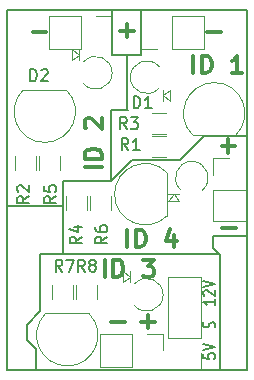
<source format=gto>
G04 #@! TF.FileFunction,Legend,Top*
%FSLAX46Y46*%
G04 Gerber Fmt 4.6, Leading zero omitted, Abs format (unit mm)*
G04 Created by KiCad (PCBNEW 4.0.6+dfsg1-1) date Mon Feb 26 15:47:50 2018*
%MOMM*%
%LPD*%
G01*
G04 APERTURE LIST*
%ADD10C,0.100000*%
%ADD11C,0.300000*%
%ADD12C,0.375000*%
%ADD13C,0.150000*%
%ADD14C,0.200000*%
%ADD15C,0.120000*%
G04 APERTURE END LIST*
D10*
D11*
X8897692Y4160057D02*
X10040549Y4160057D01*
X11437692Y4160057D02*
X12580549Y4160057D01*
X12009120Y3588629D02*
X12009120Y4731486D01*
X2217492Y28671057D02*
X3360349Y28671057D01*
D12*
X15815406Y25178629D02*
X15815406Y26678629D01*
X16529692Y25178629D02*
X16529692Y26678629D01*
X16886835Y26678629D01*
X17101120Y26607200D01*
X17243978Y26464343D01*
X17315406Y26321486D01*
X17386835Y26035771D01*
X17386835Y25821486D01*
X17315406Y25535771D01*
X17243978Y25392914D01*
X17101120Y25250057D01*
X16886835Y25178629D01*
X16529692Y25178629D01*
X19958263Y25178629D02*
X19101120Y25178629D01*
X19529692Y25178629D02*
X19529692Y26678629D01*
X19386835Y26464343D01*
X19243977Y26321486D01*
X19101120Y26250057D01*
X8115691Y17217486D02*
X6615691Y17217486D01*
X8115691Y17931772D02*
X6615691Y17931772D01*
X6615691Y18288915D01*
X6687120Y18503200D01*
X6829977Y18646058D01*
X6972834Y18717486D01*
X7258549Y18788915D01*
X7472834Y18788915D01*
X7758549Y18717486D01*
X7901406Y18646058D01*
X8044263Y18503200D01*
X8115691Y18288915D01*
X8115691Y17931772D01*
X6758549Y20503200D02*
X6687120Y20574629D01*
X6615691Y20717486D01*
X6615691Y21074629D01*
X6687120Y21217486D01*
X6758549Y21288915D01*
X6901406Y21360343D01*
X7044263Y21360343D01*
X7258549Y21288915D01*
X8115691Y20431772D01*
X8115691Y21360343D01*
X10227406Y10446629D02*
X10227406Y11946629D01*
X10941692Y10446629D02*
X10941692Y11946629D01*
X11298835Y11946629D01*
X11513120Y11875200D01*
X11655978Y11732343D01*
X11727406Y11589486D01*
X11798835Y11303771D01*
X11798835Y11089486D01*
X11727406Y10803771D01*
X11655978Y10660914D01*
X11513120Y10518057D01*
X11298835Y10446629D01*
X10941692Y10446629D01*
X14227406Y11446629D02*
X14227406Y10446629D01*
X13870263Y12018057D02*
X13513120Y10946629D01*
X14441692Y10946629D01*
X8322406Y7906629D02*
X8322406Y9406629D01*
X9036692Y7906629D02*
X9036692Y9406629D01*
X9393835Y9406629D01*
X9608120Y9335200D01*
X9750978Y9192343D01*
X9822406Y9049486D01*
X9893835Y8763771D01*
X9893835Y8549486D01*
X9822406Y8263771D01*
X9750978Y8120914D01*
X9608120Y7978057D01*
X9393835Y7906629D01*
X9036692Y7906629D01*
X11536692Y9406629D02*
X12465263Y9406629D01*
X11965263Y8835200D01*
X12179549Y8835200D01*
X12322406Y8763771D01*
X12393835Y8692343D01*
X12465263Y8549486D01*
X12465263Y8192343D01*
X12393835Y8049486D01*
X12322406Y7978057D01*
X12179549Y7906629D01*
X11750977Y7906629D01*
X11608120Y7978057D01*
X11536692Y8049486D01*
D11*
X17025692Y28671057D02*
X18168549Y28671057D01*
X9659692Y28798057D02*
X10802549Y28798057D01*
X10231120Y28226629D02*
X10231120Y29369486D01*
D13*
X6635454Y8386819D02*
X6302120Y8863010D01*
X6064025Y8386819D02*
X6064025Y9386819D01*
X6444978Y9386819D01*
X6540216Y9339200D01*
X6587835Y9291581D01*
X6635454Y9196343D01*
X6635454Y9053486D01*
X6587835Y8958248D01*
X6540216Y8910629D01*
X6444978Y8863010D01*
X6064025Y8863010D01*
X7206882Y8958248D02*
X7111644Y9005867D01*
X7064025Y9053486D01*
X7016406Y9148724D01*
X7016406Y9196343D01*
X7064025Y9291581D01*
X7111644Y9339200D01*
X7206882Y9386819D01*
X7397359Y9386819D01*
X7492597Y9339200D01*
X7540216Y9291581D01*
X7587835Y9196343D01*
X7587835Y9148724D01*
X7540216Y9053486D01*
X7492597Y9005867D01*
X7397359Y8958248D01*
X7206882Y8958248D01*
X7111644Y8910629D01*
X7064025Y8863010D01*
X7016406Y8767771D01*
X7016406Y8577295D01*
X7064025Y8482057D01*
X7111644Y8434438D01*
X7206882Y8386819D01*
X7397359Y8386819D01*
X7492597Y8434438D01*
X7540216Y8482057D01*
X7587835Y8577295D01*
X7587835Y8767771D01*
X7540216Y8863010D01*
X7492597Y8910629D01*
X7397359Y8958248D01*
D14*
X11374120Y26746200D02*
X11374120Y30556200D01*
X10231120Y26746200D02*
X11374120Y26746200D01*
X8961120Y26746200D02*
X8961120Y30556200D01*
X10231120Y26746200D02*
X8961120Y26746200D01*
X10231120Y22174200D02*
X10231120Y26746200D01*
X16708120Y19888200D02*
X20391120Y19888200D01*
X15184120Y18364200D02*
X16708120Y19888200D01*
X10104120Y22110700D02*
X10294620Y22110700D01*
X8834120Y22110700D02*
X10104120Y22110700D01*
X8834120Y16078200D02*
X8834120Y22110700D01*
X71120Y13919200D02*
X71120Y13982700D01*
X4770120Y13919200D02*
X71120Y13919200D01*
X17470120Y11442700D02*
X20391120Y11442700D01*
X17470120Y11252200D02*
X17470120Y11442700D01*
X17470120Y10426700D02*
X17470120Y11252200D01*
X18041620Y9855200D02*
X17470120Y10426700D01*
D11*
X18295692Y12097557D02*
X19438549Y12097557D01*
X18232192Y19019057D02*
X19375049Y19019057D01*
X18803620Y18447629D02*
X18803620Y19590486D01*
D14*
X14676120Y17856200D02*
X15184120Y18364200D01*
X10612120Y17856200D02*
X14676120Y17856200D01*
X8834120Y16078200D02*
X10612120Y17856200D01*
X4770120Y16078200D02*
X8834120Y16078200D01*
X4770120Y9855200D02*
X4770120Y16078200D01*
X18105120Y9855200D02*
X18105120Y76200D01*
X2865120Y9855200D02*
X18105120Y9855200D01*
X2865120Y5029200D02*
X2865120Y9855200D01*
X1722120Y3886200D02*
X2865120Y5029200D01*
X1722120Y2616200D02*
X1722120Y3886200D01*
X2484120Y1854200D02*
X1722120Y2616200D01*
X2484120Y76200D02*
X2484120Y1854200D01*
X17668501Y6057962D02*
X17668501Y5600819D01*
X17668501Y5829390D02*
X16668501Y5829390D01*
X16811358Y5753200D01*
X16906596Y5677009D01*
X16954215Y5600819D01*
X16763739Y6362724D02*
X16716120Y6400819D01*
X16668501Y6477010D01*
X16668501Y6667486D01*
X16716120Y6743676D01*
X16763739Y6781772D01*
X16858977Y6819867D01*
X16954215Y6819867D01*
X17097072Y6781772D01*
X17668501Y6324629D01*
X17668501Y6819867D01*
X16668501Y7048438D02*
X17668501Y7315105D01*
X16668501Y7581772D01*
X17620882Y3657629D02*
X17668501Y3771915D01*
X17668501Y3962391D01*
X17620882Y4038581D01*
X17573263Y4076677D01*
X17478025Y4114772D01*
X17382787Y4114772D01*
X17287549Y4076677D01*
X17239930Y4038581D01*
X17192310Y3962391D01*
X17144691Y3810010D01*
X17097072Y3733819D01*
X17049453Y3695724D01*
X16954215Y3657629D01*
X16858977Y3657629D01*
X16763739Y3695724D01*
X16716120Y3733819D01*
X16668501Y3810010D01*
X16668501Y4000486D01*
X16716120Y4114772D01*
X16668501Y1447820D02*
X16668501Y1066867D01*
X17144691Y1028772D01*
X17097072Y1066867D01*
X17049453Y1143058D01*
X17049453Y1333534D01*
X17097072Y1409724D01*
X17144691Y1447820D01*
X17239930Y1485915D01*
X17478025Y1485915D01*
X17573263Y1447820D01*
X17620882Y1409724D01*
X17668501Y1333534D01*
X17668501Y1143058D01*
X17620882Y1066867D01*
X17573263Y1028772D01*
X16668501Y1714486D02*
X17668501Y1981153D01*
X16668501Y2247820D01*
D15*
X5046120Y23770200D02*
X1446120Y23770200D01*
X5084598Y23758678D02*
G75*
G02X3246120Y19320200I-1838478J-1838478D01*
G01*
X1407642Y23758678D02*
G75*
G03X3246120Y19320200I1838478J-1838478D01*
G01*
D14*
X71120Y76200D02*
X20391120Y76200D01*
X20391120Y76200D02*
X20391120Y30556200D01*
X20391120Y30556200D02*
X71120Y30556200D01*
X71120Y30556200D02*
X71120Y76200D01*
D15*
X6533487Y26155470D02*
G75*
G02X6504309Y24322200I1030633J-933270D01*
G01*
X6167120Y26302200D02*
X6167120Y27191200D01*
X6167120Y26746700D02*
X5574453Y26302200D01*
X5574453Y26302200D02*
X5574453Y27191200D01*
X5574453Y27191200D02*
X6167120Y26746700D01*
X12912753Y23907930D02*
G75*
G02X12941931Y25741200I-1030633J933270D01*
G01*
X13279120Y23761200D02*
X13279120Y22872200D01*
X13279120Y23316700D02*
X13871787Y23761200D01*
X13871787Y23761200D02*
X13871787Y22872200D01*
X13871787Y22872200D02*
X13279120Y23316700D01*
X10851487Y7359470D02*
G75*
G02X10822309Y5526200I1030633J-933270D01*
G01*
X10485120Y7506200D02*
X10485120Y8395200D01*
X10485120Y7950700D02*
X9892453Y7506200D01*
X9892453Y7506200D02*
X9892453Y8395200D01*
X9892453Y8395200D02*
X10485120Y7950700D01*
X14041120Y27261200D02*
X16701120Y27261200D01*
X16701120Y27261200D02*
X16701120Y30041200D01*
X16701120Y30041200D02*
X14041120Y30041200D01*
X14041120Y30041200D02*
X14041120Y27261200D01*
X12771120Y27261200D02*
X11381120Y27261200D01*
X11381120Y27261200D02*
X11381120Y28651200D01*
X6294120Y30041200D02*
X3634120Y30041200D01*
X3634120Y30041200D02*
X3634120Y27261200D01*
X3634120Y27261200D02*
X6294120Y27261200D01*
X6294120Y27261200D02*
X6294120Y30041200D01*
X7564120Y30041200D02*
X8954120Y30041200D01*
X8954120Y30041200D02*
X8954120Y28651200D01*
X16447120Y2743200D02*
X16447120Y7943200D01*
X16447120Y7943200D02*
X13667120Y7943200D01*
X13667120Y7943200D02*
X13667120Y2743200D01*
X13667120Y2743200D02*
X16447120Y2743200D01*
X16447120Y1473200D02*
X16447120Y83200D01*
X16447120Y83200D02*
X15057120Y83200D01*
X10612120Y3117200D02*
X7952120Y3117200D01*
X7952120Y3117200D02*
X7952120Y337200D01*
X7952120Y337200D02*
X10612120Y337200D01*
X10612120Y337200D02*
X10612120Y3117200D01*
X11882120Y3117200D02*
X13272120Y3117200D01*
X13272120Y3117200D02*
X13272120Y1727200D01*
X15797120Y19943200D02*
X19397120Y19943200D01*
X15758642Y19954722D02*
G75*
G02X17597120Y24393200I1838478J1838478D01*
G01*
X19435598Y19954722D02*
G75*
G03X17597120Y24393200I-1838478J1838478D01*
G01*
X6951120Y4847200D02*
X3351120Y4847200D01*
X6989598Y4835678D02*
G75*
G02X5151120Y397200I-1838478J-1838478D01*
G01*
X3312642Y4835678D02*
G75*
G03X5151120Y397200I1838478J-1838478D01*
G01*
X2475120Y18202200D02*
X2475120Y17002200D01*
X715120Y17002200D02*
X715120Y18202200D01*
X14758850Y15301567D02*
G75*
G02X16592120Y15272389I933270J1030633D01*
G01*
X14612120Y14935200D02*
X13723120Y14935200D01*
X14167620Y14935200D02*
X14612120Y14342533D01*
X14612120Y14342533D02*
X13723120Y14342533D01*
X13723120Y14342533D02*
X14167620Y14935200D01*
X17477120Y15316200D02*
X17477120Y12656200D01*
X17477120Y12656200D02*
X20257120Y12656200D01*
X20257120Y12656200D02*
X20257120Y15316200D01*
X20257120Y15316200D02*
X17477120Y15316200D01*
X17477120Y16586200D02*
X17477120Y17976200D01*
X17477120Y17976200D02*
X18867120Y17976200D01*
X13605120Y13135200D02*
X13605120Y16735200D01*
X13593598Y13096722D02*
G75*
G02X9155120Y14935200I-1838478J1838478D01*
G01*
X13593598Y16773678D02*
G75*
G03X9155120Y14935200I-1838478J-1838478D01*
G01*
X13498120Y18119200D02*
X12298120Y18119200D01*
X12298120Y19879200D02*
X13498120Y19879200D01*
X12298120Y21784200D02*
X13498120Y21784200D01*
X13498120Y20024200D02*
X12298120Y20024200D01*
X6793120Y14773200D02*
X6793120Y13573200D01*
X5033120Y13573200D02*
X5033120Y14773200D01*
X2747120Y17002200D02*
X2747120Y18202200D01*
X4507120Y18202200D02*
X4507120Y17002200D01*
X7065120Y13573200D02*
X7065120Y14773200D01*
X8825120Y14773200D02*
X8825120Y13573200D01*
X3890120Y6080200D02*
X3890120Y7280200D01*
X5650120Y7280200D02*
X5650120Y6080200D01*
X7682120Y7280200D02*
X7682120Y6080200D01*
X5922120Y6080200D02*
X5922120Y7280200D01*
D13*
X2000025Y24515819D02*
X2000025Y25515819D01*
X2238120Y25515819D01*
X2380978Y25468200D01*
X2476216Y25372962D01*
X2523835Y25277724D01*
X2571454Y25087248D01*
X2571454Y24944390D01*
X2523835Y24753914D01*
X2476216Y24658676D01*
X2380978Y24563438D01*
X2238120Y24515819D01*
X2000025Y24515819D01*
X2952406Y25420581D02*
X3000025Y25468200D01*
X3095263Y25515819D01*
X3333359Y25515819D01*
X3428597Y25468200D01*
X3476216Y25420581D01*
X3523835Y25325343D01*
X3523835Y25230105D01*
X3476216Y25087248D01*
X2904787Y24515819D01*
X3523835Y24515819D01*
X10763025Y22229819D02*
X10763025Y23229819D01*
X11001120Y23229819D01*
X11143978Y23182200D01*
X11239216Y23086962D01*
X11286835Y22991724D01*
X11334454Y22801248D01*
X11334454Y22658390D01*
X11286835Y22467914D01*
X11239216Y22372676D01*
X11143978Y22277438D01*
X11001120Y22229819D01*
X10763025Y22229819D01*
X12286835Y22229819D02*
X11715406Y22229819D01*
X12001120Y22229819D02*
X12001120Y23229819D01*
X11905882Y23086962D01*
X11810644Y22991724D01*
X11715406Y22944105D01*
X1920501Y14768534D02*
X1444310Y14435200D01*
X1920501Y14197105D02*
X920501Y14197105D01*
X920501Y14578058D01*
X968120Y14673296D01*
X1015739Y14720915D01*
X1110977Y14768534D01*
X1253834Y14768534D01*
X1349072Y14720915D01*
X1396691Y14673296D01*
X1444310Y14578058D01*
X1444310Y14197105D01*
X1015739Y15149486D02*
X968120Y15197105D01*
X920501Y15292343D01*
X920501Y15530439D01*
X968120Y15625677D01*
X1015739Y15673296D01*
X1110977Y15720915D01*
X1206215Y15720915D01*
X1349072Y15673296D01*
X1920501Y15101867D01*
X1920501Y15720915D01*
X10318454Y18673819D02*
X9985120Y19150010D01*
X9747025Y18673819D02*
X9747025Y19673819D01*
X10127978Y19673819D01*
X10223216Y19626200D01*
X10270835Y19578581D01*
X10318454Y19483343D01*
X10318454Y19340486D01*
X10270835Y19245248D01*
X10223216Y19197629D01*
X10127978Y19150010D01*
X9747025Y19150010D01*
X11270835Y18673819D02*
X10699406Y18673819D01*
X10985120Y18673819D02*
X10985120Y19673819D01*
X10889882Y19530962D01*
X10794644Y19435724D01*
X10699406Y19388105D01*
X10191454Y20451819D02*
X9858120Y20928010D01*
X9620025Y20451819D02*
X9620025Y21451819D01*
X10000978Y21451819D01*
X10096216Y21404200D01*
X10143835Y21356581D01*
X10191454Y21261343D01*
X10191454Y21118486D01*
X10143835Y21023248D01*
X10096216Y20975629D01*
X10000978Y20928010D01*
X9620025Y20928010D01*
X10524787Y21451819D02*
X11143835Y21451819D01*
X10810501Y21070867D01*
X10953359Y21070867D01*
X11048597Y21023248D01*
X11096216Y20975629D01*
X11143835Y20880390D01*
X11143835Y20642295D01*
X11096216Y20547057D01*
X11048597Y20499438D01*
X10953359Y20451819D01*
X10667644Y20451819D01*
X10572406Y20499438D01*
X10524787Y20547057D01*
X6365501Y11339534D02*
X5889310Y11006200D01*
X6365501Y10768105D02*
X5365501Y10768105D01*
X5365501Y11149058D01*
X5413120Y11244296D01*
X5460739Y11291915D01*
X5555977Y11339534D01*
X5698834Y11339534D01*
X5794072Y11291915D01*
X5841691Y11244296D01*
X5889310Y11149058D01*
X5889310Y10768105D01*
X5698834Y12196677D02*
X6365501Y12196677D01*
X5317882Y11958581D02*
X6032168Y11720486D01*
X6032168Y12339534D01*
X4206501Y14768534D02*
X3730310Y14435200D01*
X4206501Y14197105D02*
X3206501Y14197105D01*
X3206501Y14578058D01*
X3254120Y14673296D01*
X3301739Y14720915D01*
X3396977Y14768534D01*
X3539834Y14768534D01*
X3635072Y14720915D01*
X3682691Y14673296D01*
X3730310Y14578058D01*
X3730310Y14197105D01*
X3206501Y15673296D02*
X3206501Y15197105D01*
X3682691Y15149486D01*
X3635072Y15197105D01*
X3587453Y15292343D01*
X3587453Y15530439D01*
X3635072Y15625677D01*
X3682691Y15673296D01*
X3777930Y15720915D01*
X4016025Y15720915D01*
X4111263Y15673296D01*
X4158882Y15625677D01*
X4206501Y15530439D01*
X4206501Y15292343D01*
X4158882Y15197105D01*
X4111263Y15149486D01*
X8524501Y11339534D02*
X8048310Y11006200D01*
X8524501Y10768105D02*
X7524501Y10768105D01*
X7524501Y11149058D01*
X7572120Y11244296D01*
X7619739Y11291915D01*
X7714977Y11339534D01*
X7857834Y11339534D01*
X7953072Y11291915D01*
X8000691Y11244296D01*
X8048310Y11149058D01*
X8048310Y10768105D01*
X7524501Y12196677D02*
X7524501Y12006200D01*
X7572120Y11910962D01*
X7619739Y11863343D01*
X7762596Y11768105D01*
X7953072Y11720486D01*
X8334025Y11720486D01*
X8429263Y11768105D01*
X8476882Y11815724D01*
X8524501Y11910962D01*
X8524501Y12101439D01*
X8476882Y12196677D01*
X8429263Y12244296D01*
X8334025Y12291915D01*
X8095930Y12291915D01*
X8000691Y12244296D01*
X7953072Y12196677D01*
X7905453Y12101439D01*
X7905453Y11910962D01*
X7953072Y11815724D01*
X8000691Y11768105D01*
X8095930Y11720486D01*
X4730454Y8386819D02*
X4397120Y8863010D01*
X4159025Y8386819D02*
X4159025Y9386819D01*
X4539978Y9386819D01*
X4635216Y9339200D01*
X4682835Y9291581D01*
X4730454Y9196343D01*
X4730454Y9053486D01*
X4682835Y8958248D01*
X4635216Y8910629D01*
X4539978Y8863010D01*
X4159025Y8863010D01*
X5063787Y9386819D02*
X5730454Y9386819D01*
X5301882Y8386819D01*
M02*

</source>
